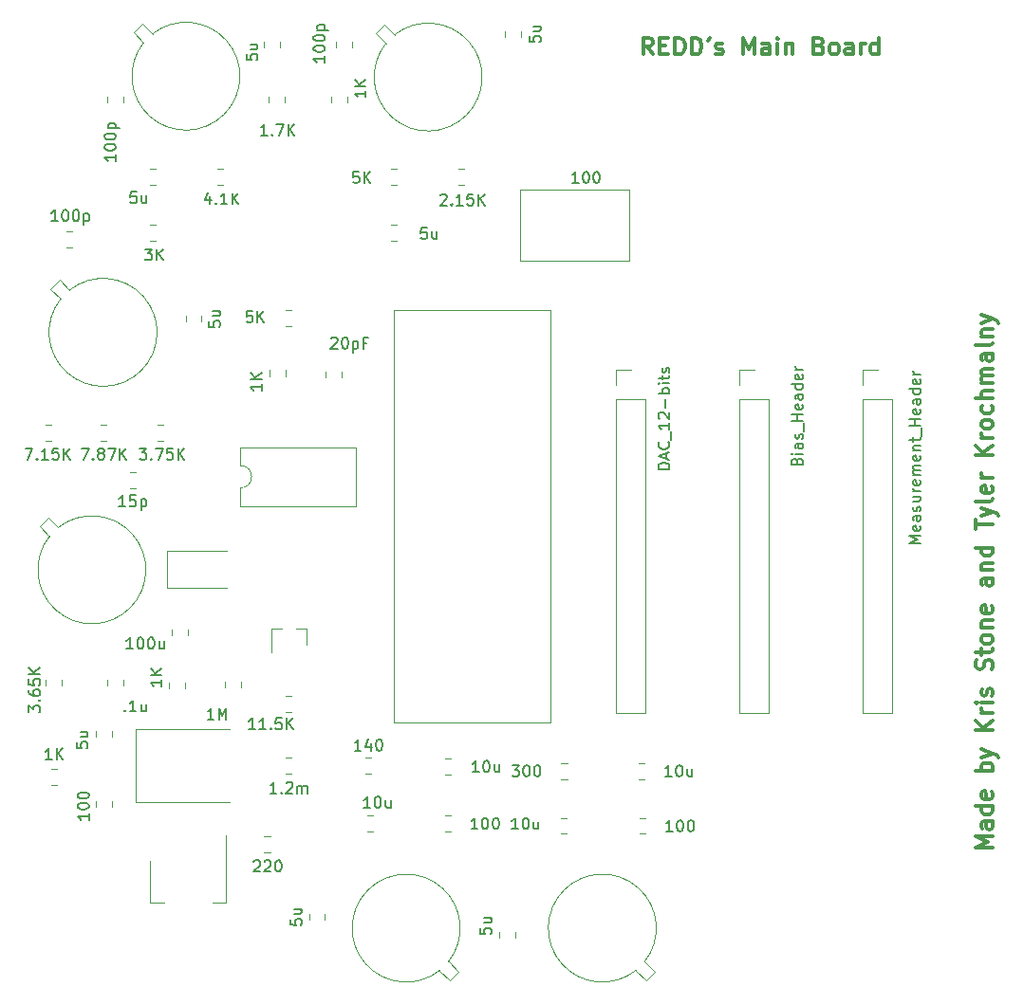
<source format=gto>
G04 #@! TF.GenerationSoftware,KiCad,Pcbnew,(5.1.4)-1*
G04 #@! TF.CreationDate,2020-03-03T19:21:21-05:00*
G04 #@! TF.ProjectId,Main_Board,4d61696e-5f42-46f6-9172-642e6b696361,rev?*
G04 #@! TF.SameCoordinates,Original*
G04 #@! TF.FileFunction,Legend,Top*
G04 #@! TF.FilePolarity,Positive*
%FSLAX46Y46*%
G04 Gerber Fmt 4.6, Leading zero omitted, Abs format (unit mm)*
G04 Created by KiCad (PCBNEW (5.1.4)-1) date 2020-03-03 19:21:21*
%MOMM*%
%LPD*%
G04 APERTURE LIST*
%ADD10C,0.300000*%
%ADD11C,0.120000*%
%ADD12C,0.150000*%
G04 APERTURE END LIST*
D10*
X68957142Y-85978571D02*
X68457142Y-85264285D01*
X68100000Y-85978571D02*
X68100000Y-84478571D01*
X68671428Y-84478571D01*
X68814285Y-84550000D01*
X68885714Y-84621428D01*
X68957142Y-84764285D01*
X68957142Y-84978571D01*
X68885714Y-85121428D01*
X68814285Y-85192857D01*
X68671428Y-85264285D01*
X68100000Y-85264285D01*
X69600000Y-85192857D02*
X70100000Y-85192857D01*
X70314285Y-85978571D02*
X69600000Y-85978571D01*
X69600000Y-84478571D01*
X70314285Y-84478571D01*
X70957142Y-85978571D02*
X70957142Y-84478571D01*
X71314285Y-84478571D01*
X71528571Y-84550000D01*
X71671428Y-84692857D01*
X71742857Y-84835714D01*
X71814285Y-85121428D01*
X71814285Y-85335714D01*
X71742857Y-85621428D01*
X71671428Y-85764285D01*
X71528571Y-85907142D01*
X71314285Y-85978571D01*
X70957142Y-85978571D01*
X72457142Y-85978571D02*
X72457142Y-84478571D01*
X72814285Y-84478571D01*
X73028571Y-84550000D01*
X73171428Y-84692857D01*
X73242857Y-84835714D01*
X73314285Y-85121428D01*
X73314285Y-85335714D01*
X73242857Y-85621428D01*
X73171428Y-85764285D01*
X73028571Y-85907142D01*
X72814285Y-85978571D01*
X72457142Y-85978571D01*
X74028571Y-84478571D02*
X73885714Y-84764285D01*
X74600000Y-85907142D02*
X74742857Y-85978571D01*
X75028571Y-85978571D01*
X75171428Y-85907142D01*
X75242857Y-85764285D01*
X75242857Y-85692857D01*
X75171428Y-85550000D01*
X75028571Y-85478571D01*
X74814285Y-85478571D01*
X74671428Y-85407142D01*
X74600000Y-85264285D01*
X74600000Y-85192857D01*
X74671428Y-85050000D01*
X74814285Y-84978571D01*
X75028571Y-84978571D01*
X75171428Y-85050000D01*
X77028571Y-85978571D02*
X77028571Y-84478571D01*
X77528571Y-85550000D01*
X78028571Y-84478571D01*
X78028571Y-85978571D01*
X79385714Y-85978571D02*
X79385714Y-85192857D01*
X79314285Y-85050000D01*
X79171428Y-84978571D01*
X78885714Y-84978571D01*
X78742857Y-85050000D01*
X79385714Y-85907142D02*
X79242857Y-85978571D01*
X78885714Y-85978571D01*
X78742857Y-85907142D01*
X78671428Y-85764285D01*
X78671428Y-85621428D01*
X78742857Y-85478571D01*
X78885714Y-85407142D01*
X79242857Y-85407142D01*
X79385714Y-85335714D01*
X80100000Y-85978571D02*
X80100000Y-84978571D01*
X80100000Y-84478571D02*
X80028571Y-84550000D01*
X80100000Y-84621428D01*
X80171428Y-84550000D01*
X80100000Y-84478571D01*
X80100000Y-84621428D01*
X80814285Y-84978571D02*
X80814285Y-85978571D01*
X80814285Y-85121428D02*
X80885714Y-85050000D01*
X81028571Y-84978571D01*
X81242857Y-84978571D01*
X81385714Y-85050000D01*
X81457142Y-85192857D01*
X81457142Y-85978571D01*
X83814285Y-85192857D02*
X84028571Y-85264285D01*
X84100000Y-85335714D01*
X84171428Y-85478571D01*
X84171428Y-85692857D01*
X84100000Y-85835714D01*
X84028571Y-85907142D01*
X83885714Y-85978571D01*
X83314285Y-85978571D01*
X83314285Y-84478571D01*
X83814285Y-84478571D01*
X83957142Y-84550000D01*
X84028571Y-84621428D01*
X84100000Y-84764285D01*
X84100000Y-84907142D01*
X84028571Y-85050000D01*
X83957142Y-85121428D01*
X83814285Y-85192857D01*
X83314285Y-85192857D01*
X85028571Y-85978571D02*
X84885714Y-85907142D01*
X84814285Y-85835714D01*
X84742857Y-85692857D01*
X84742857Y-85264285D01*
X84814285Y-85121428D01*
X84885714Y-85050000D01*
X85028571Y-84978571D01*
X85242857Y-84978571D01*
X85385714Y-85050000D01*
X85457142Y-85121428D01*
X85528571Y-85264285D01*
X85528571Y-85692857D01*
X85457142Y-85835714D01*
X85385714Y-85907142D01*
X85242857Y-85978571D01*
X85028571Y-85978571D01*
X86814285Y-85978571D02*
X86814285Y-85192857D01*
X86742857Y-85050000D01*
X86600000Y-84978571D01*
X86314285Y-84978571D01*
X86171428Y-85050000D01*
X86814285Y-85907142D02*
X86671428Y-85978571D01*
X86314285Y-85978571D01*
X86171428Y-85907142D01*
X86100000Y-85764285D01*
X86100000Y-85621428D01*
X86171428Y-85478571D01*
X86314285Y-85407142D01*
X86671428Y-85407142D01*
X86814285Y-85335714D01*
X87528571Y-85978571D02*
X87528571Y-84978571D01*
X87528571Y-85264285D02*
X87600000Y-85121428D01*
X87671428Y-85050000D01*
X87814285Y-84978571D01*
X87957142Y-84978571D01*
X89100000Y-85978571D02*
X89100000Y-84478571D01*
X89100000Y-85907142D02*
X88957142Y-85978571D01*
X88671428Y-85978571D01*
X88528571Y-85907142D01*
X88457142Y-85835714D01*
X88385714Y-85692857D01*
X88385714Y-85264285D01*
X88457142Y-85121428D01*
X88528571Y-85050000D01*
X88671428Y-84978571D01*
X88957142Y-84978571D01*
X89100000Y-85050000D01*
X99278571Y-156814285D02*
X97778571Y-156814285D01*
X98850000Y-156314285D01*
X97778571Y-155814285D01*
X99278571Y-155814285D01*
X99278571Y-154457142D02*
X98492857Y-154457142D01*
X98350000Y-154528571D01*
X98278571Y-154671428D01*
X98278571Y-154957142D01*
X98350000Y-155100000D01*
X99207142Y-154457142D02*
X99278571Y-154600000D01*
X99278571Y-154957142D01*
X99207142Y-155100000D01*
X99064285Y-155171428D01*
X98921428Y-155171428D01*
X98778571Y-155100000D01*
X98707142Y-154957142D01*
X98707142Y-154600000D01*
X98635714Y-154457142D01*
X99278571Y-153100000D02*
X97778571Y-153100000D01*
X99207142Y-153100000D02*
X99278571Y-153242857D01*
X99278571Y-153528571D01*
X99207142Y-153671428D01*
X99135714Y-153742857D01*
X98992857Y-153814285D01*
X98564285Y-153814285D01*
X98421428Y-153742857D01*
X98350000Y-153671428D01*
X98278571Y-153528571D01*
X98278571Y-153242857D01*
X98350000Y-153100000D01*
X99207142Y-151814285D02*
X99278571Y-151957142D01*
X99278571Y-152242857D01*
X99207142Y-152385714D01*
X99064285Y-152457142D01*
X98492857Y-152457142D01*
X98350000Y-152385714D01*
X98278571Y-152242857D01*
X98278571Y-151957142D01*
X98350000Y-151814285D01*
X98492857Y-151742857D01*
X98635714Y-151742857D01*
X98778571Y-152457142D01*
X99278571Y-149957142D02*
X97778571Y-149957142D01*
X98350000Y-149957142D02*
X98278571Y-149814285D01*
X98278571Y-149528571D01*
X98350000Y-149385714D01*
X98421428Y-149314285D01*
X98564285Y-149242857D01*
X98992857Y-149242857D01*
X99135714Y-149314285D01*
X99207142Y-149385714D01*
X99278571Y-149528571D01*
X99278571Y-149814285D01*
X99207142Y-149957142D01*
X98278571Y-148742857D02*
X99278571Y-148385714D01*
X98278571Y-148028571D02*
X99278571Y-148385714D01*
X99635714Y-148528571D01*
X99707142Y-148600000D01*
X99778571Y-148742857D01*
X99278571Y-146314285D02*
X97778571Y-146314285D01*
X99278571Y-145457142D02*
X98421428Y-146100000D01*
X97778571Y-145457142D02*
X98635714Y-146314285D01*
X99278571Y-144814285D02*
X98278571Y-144814285D01*
X98564285Y-144814285D02*
X98421428Y-144742857D01*
X98350000Y-144671428D01*
X98278571Y-144528571D01*
X98278571Y-144385714D01*
X99278571Y-143885714D02*
X98278571Y-143885714D01*
X97778571Y-143885714D02*
X97850000Y-143957142D01*
X97921428Y-143885714D01*
X97850000Y-143814285D01*
X97778571Y-143885714D01*
X97921428Y-143885714D01*
X99207142Y-143242857D02*
X99278571Y-143100000D01*
X99278571Y-142814285D01*
X99207142Y-142671428D01*
X99064285Y-142600000D01*
X98992857Y-142600000D01*
X98850000Y-142671428D01*
X98778571Y-142814285D01*
X98778571Y-143028571D01*
X98707142Y-143171428D01*
X98564285Y-143242857D01*
X98492857Y-143242857D01*
X98350000Y-143171428D01*
X98278571Y-143028571D01*
X98278571Y-142814285D01*
X98350000Y-142671428D01*
X99207142Y-140885714D02*
X99278571Y-140671428D01*
X99278571Y-140314285D01*
X99207142Y-140171428D01*
X99135714Y-140100000D01*
X98992857Y-140028571D01*
X98850000Y-140028571D01*
X98707142Y-140100000D01*
X98635714Y-140171428D01*
X98564285Y-140314285D01*
X98492857Y-140600000D01*
X98421428Y-140742857D01*
X98350000Y-140814285D01*
X98207142Y-140885714D01*
X98064285Y-140885714D01*
X97921428Y-140814285D01*
X97850000Y-140742857D01*
X97778571Y-140600000D01*
X97778571Y-140242857D01*
X97850000Y-140028571D01*
X98278571Y-139600000D02*
X98278571Y-139028571D01*
X97778571Y-139385714D02*
X99064285Y-139385714D01*
X99207142Y-139314285D01*
X99278571Y-139171428D01*
X99278571Y-139028571D01*
X99278571Y-138314285D02*
X99207142Y-138457142D01*
X99135714Y-138528571D01*
X98992857Y-138600000D01*
X98564285Y-138600000D01*
X98421428Y-138528571D01*
X98350000Y-138457142D01*
X98278571Y-138314285D01*
X98278571Y-138100000D01*
X98350000Y-137957142D01*
X98421428Y-137885714D01*
X98564285Y-137814285D01*
X98992857Y-137814285D01*
X99135714Y-137885714D01*
X99207142Y-137957142D01*
X99278571Y-138100000D01*
X99278571Y-138314285D01*
X98278571Y-137171428D02*
X99278571Y-137171428D01*
X98421428Y-137171428D02*
X98350000Y-137100000D01*
X98278571Y-136957142D01*
X98278571Y-136742857D01*
X98350000Y-136600000D01*
X98492857Y-136528571D01*
X99278571Y-136528571D01*
X99207142Y-135242857D02*
X99278571Y-135385714D01*
X99278571Y-135671428D01*
X99207142Y-135814285D01*
X99064285Y-135885714D01*
X98492857Y-135885714D01*
X98350000Y-135814285D01*
X98278571Y-135671428D01*
X98278571Y-135385714D01*
X98350000Y-135242857D01*
X98492857Y-135171428D01*
X98635714Y-135171428D01*
X98778571Y-135885714D01*
X99278571Y-132742857D02*
X98492857Y-132742857D01*
X98350000Y-132814285D01*
X98278571Y-132957142D01*
X98278571Y-133242857D01*
X98350000Y-133385714D01*
X99207142Y-132742857D02*
X99278571Y-132885714D01*
X99278571Y-133242857D01*
X99207142Y-133385714D01*
X99064285Y-133457142D01*
X98921428Y-133457142D01*
X98778571Y-133385714D01*
X98707142Y-133242857D01*
X98707142Y-132885714D01*
X98635714Y-132742857D01*
X98278571Y-132028571D02*
X99278571Y-132028571D01*
X98421428Y-132028571D02*
X98350000Y-131957142D01*
X98278571Y-131814285D01*
X98278571Y-131600000D01*
X98350000Y-131457142D01*
X98492857Y-131385714D01*
X99278571Y-131385714D01*
X99278571Y-130028571D02*
X97778571Y-130028571D01*
X99207142Y-130028571D02*
X99278571Y-130171428D01*
X99278571Y-130457142D01*
X99207142Y-130600000D01*
X99135714Y-130671428D01*
X98992857Y-130742857D01*
X98564285Y-130742857D01*
X98421428Y-130671428D01*
X98350000Y-130600000D01*
X98278571Y-130457142D01*
X98278571Y-130171428D01*
X98350000Y-130028571D01*
X97778571Y-128385714D02*
X97778571Y-127528571D01*
X99278571Y-127957142D02*
X97778571Y-127957142D01*
X98278571Y-127171428D02*
X99278571Y-126814285D01*
X98278571Y-126457142D02*
X99278571Y-126814285D01*
X99635714Y-126957142D01*
X99707142Y-127028571D01*
X99778571Y-127171428D01*
X99278571Y-125671428D02*
X99207142Y-125814285D01*
X99064285Y-125885714D01*
X97778571Y-125885714D01*
X99207142Y-124528571D02*
X99278571Y-124671428D01*
X99278571Y-124957142D01*
X99207142Y-125100000D01*
X99064285Y-125171428D01*
X98492857Y-125171428D01*
X98350000Y-125100000D01*
X98278571Y-124957142D01*
X98278571Y-124671428D01*
X98350000Y-124528571D01*
X98492857Y-124457142D01*
X98635714Y-124457142D01*
X98778571Y-125171428D01*
X99278571Y-123814285D02*
X98278571Y-123814285D01*
X98564285Y-123814285D02*
X98421428Y-123742857D01*
X98350000Y-123671428D01*
X98278571Y-123528571D01*
X98278571Y-123385714D01*
X99278571Y-121742857D02*
X97778571Y-121742857D01*
X99278571Y-120885714D02*
X98421428Y-121528571D01*
X97778571Y-120885714D02*
X98635714Y-121742857D01*
X99278571Y-120242857D02*
X98278571Y-120242857D01*
X98564285Y-120242857D02*
X98421428Y-120171428D01*
X98350000Y-120100000D01*
X98278571Y-119957142D01*
X98278571Y-119814285D01*
X99278571Y-119100000D02*
X99207142Y-119242857D01*
X99135714Y-119314285D01*
X98992857Y-119385714D01*
X98564285Y-119385714D01*
X98421428Y-119314285D01*
X98350000Y-119242857D01*
X98278571Y-119100000D01*
X98278571Y-118885714D01*
X98350000Y-118742857D01*
X98421428Y-118671428D01*
X98564285Y-118600000D01*
X98992857Y-118600000D01*
X99135714Y-118671428D01*
X99207142Y-118742857D01*
X99278571Y-118885714D01*
X99278571Y-119100000D01*
X99207142Y-117314285D02*
X99278571Y-117457142D01*
X99278571Y-117742857D01*
X99207142Y-117885714D01*
X99135714Y-117957142D01*
X98992857Y-118028571D01*
X98564285Y-118028571D01*
X98421428Y-117957142D01*
X98350000Y-117885714D01*
X98278571Y-117742857D01*
X98278571Y-117457142D01*
X98350000Y-117314285D01*
X99278571Y-116671428D02*
X97778571Y-116671428D01*
X99278571Y-116028571D02*
X98492857Y-116028571D01*
X98350000Y-116100000D01*
X98278571Y-116242857D01*
X98278571Y-116457142D01*
X98350000Y-116600000D01*
X98421428Y-116671428D01*
X99278571Y-115314285D02*
X98278571Y-115314285D01*
X98421428Y-115314285D02*
X98350000Y-115242857D01*
X98278571Y-115100000D01*
X98278571Y-114885714D01*
X98350000Y-114742857D01*
X98492857Y-114671428D01*
X99278571Y-114671428D01*
X98492857Y-114671428D02*
X98350000Y-114600000D01*
X98278571Y-114457142D01*
X98278571Y-114242857D01*
X98350000Y-114100000D01*
X98492857Y-114028571D01*
X99278571Y-114028571D01*
X99278571Y-112671428D02*
X98492857Y-112671428D01*
X98350000Y-112742857D01*
X98278571Y-112885714D01*
X98278571Y-113171428D01*
X98350000Y-113314285D01*
X99207142Y-112671428D02*
X99278571Y-112814285D01*
X99278571Y-113171428D01*
X99207142Y-113314285D01*
X99064285Y-113385714D01*
X98921428Y-113385714D01*
X98778571Y-113314285D01*
X98707142Y-113171428D01*
X98707142Y-112814285D01*
X98635714Y-112671428D01*
X99278571Y-111742857D02*
X99207142Y-111885714D01*
X99064285Y-111957142D01*
X97778571Y-111957142D01*
X98278571Y-111171428D02*
X99278571Y-111171428D01*
X98421428Y-111171428D02*
X98350000Y-111100000D01*
X98278571Y-110957142D01*
X98278571Y-110742857D01*
X98350000Y-110600000D01*
X98492857Y-110528571D01*
X99278571Y-110528571D01*
X98278571Y-109957142D02*
X99278571Y-109600000D01*
X98278571Y-109242857D02*
X99278571Y-109600000D01*
X99635714Y-109742857D01*
X99707142Y-109814285D01*
X99778571Y-109957142D01*
D11*
X87670000Y-114170000D02*
X89000000Y-114170000D01*
X87670000Y-115500000D02*
X87670000Y-114170000D01*
X87670000Y-116770000D02*
X90330000Y-116770000D01*
X90330000Y-116770000D02*
X90330000Y-144770000D01*
X87670000Y-116770000D02*
X87670000Y-144770000D01*
X87670000Y-144770000D02*
X90330000Y-144770000D01*
X66859500Y-98083500D02*
X66859500Y-104423500D01*
X57089500Y-98083500D02*
X57089500Y-104423500D01*
X57089500Y-104423500D02*
X66859500Y-104423500D01*
X57089500Y-98083500D02*
X66859500Y-98083500D01*
X15254144Y-106911961D02*
X16145098Y-107802916D01*
X16031961Y-106134144D02*
X15254144Y-106911961D01*
X16922916Y-107025098D02*
X16031961Y-106134144D01*
X16145326Y-107802629D02*
G75*
G03X16922916Y-107025098I3774674J-2997371D01*
G01*
X59819000Y-145670000D02*
X45849000Y-145670000D01*
X59819000Y-108840000D02*
X45849000Y-108840000D01*
X45849000Y-108840000D02*
X45849000Y-145670000D01*
X59819000Y-108840000D02*
X59819000Y-145670000D01*
X32170000Y-121040000D02*
X32170000Y-122690000D01*
X42450000Y-121040000D02*
X32170000Y-121040000D01*
X42450000Y-126340000D02*
X42450000Y-121040000D01*
X32170000Y-126340000D02*
X42450000Y-126340000D01*
X32170000Y-124690000D02*
X32170000Y-126340000D01*
X32170000Y-122690000D02*
G75*
G02X32170000Y-124690000I0J-1000000D01*
G01*
X36210000Y-114696078D02*
X36210000Y-114178922D01*
X34790000Y-114696078D02*
X34790000Y-114178922D01*
X36696078Y-108790000D02*
X36178922Y-108790000D01*
X36696078Y-110210000D02*
X36178922Y-110210000D01*
X39790000Y-114303922D02*
X39790000Y-114821078D01*
X41210000Y-114303922D02*
X41210000Y-114821078D01*
X22303922Y-124710000D02*
X22821078Y-124710000D01*
X22303922Y-123290000D02*
X22821078Y-123290000D01*
X76670000Y-114170000D02*
X78000000Y-114170000D01*
X76670000Y-115500000D02*
X76670000Y-114170000D01*
X76670000Y-116770000D02*
X79330000Y-116770000D01*
X79330000Y-116770000D02*
X79330000Y-144770000D01*
X76670000Y-116770000D02*
X76670000Y-144770000D01*
X76670000Y-144770000D02*
X79330000Y-144770000D01*
X65670000Y-114170000D02*
X67000000Y-114170000D01*
X65670000Y-115500000D02*
X65670000Y-114170000D01*
X65670000Y-116770000D02*
X68330000Y-116770000D01*
X68330000Y-116770000D02*
X68330000Y-144770000D01*
X65670000Y-116770000D02*
X65670000Y-144770000D01*
X65670000Y-144770000D02*
X68330000Y-144770000D01*
X22800000Y-146250000D02*
X31200000Y-146250000D01*
X22800000Y-152750000D02*
X31200000Y-152750000D01*
X22800000Y-152750000D02*
X22800000Y-146250000D01*
X25600000Y-130350000D02*
X31000000Y-130350000D01*
X25600000Y-133650000D02*
X31000000Y-133650000D01*
X25600000Y-130350000D02*
X25600000Y-133650000D01*
X15321078Y-119090000D02*
X14803922Y-119090000D01*
X15321078Y-120510000D02*
X14803922Y-120510000D01*
X20196078Y-119090000D02*
X19678922Y-119090000D01*
X20196078Y-120510000D02*
X19678922Y-120510000D01*
X50909378Y-153971400D02*
X50392222Y-153971400D01*
X50909378Y-155391400D02*
X50392222Y-155391400D01*
X43303922Y-150210000D02*
X43821078Y-150210000D01*
X43303922Y-148790000D02*
X43821078Y-148790000D01*
X25321078Y-119090000D02*
X24803922Y-119090000D01*
X25321078Y-120510000D02*
X24803922Y-120510000D01*
X68271878Y-154161400D02*
X67754722Y-154161400D01*
X68271878Y-155581400D02*
X67754722Y-155581400D01*
X60803922Y-150710000D02*
X61321078Y-150710000D01*
X60803922Y-149290000D02*
X61321078Y-149290000D01*
X41710000Y-90258578D02*
X41710000Y-89741422D01*
X40290000Y-90258578D02*
X40290000Y-89741422D01*
X46149978Y-96213800D02*
X45632822Y-96213800D01*
X46149978Y-97633800D02*
X45632822Y-97633800D01*
X52149978Y-96213800D02*
X51632822Y-96213800D01*
X52149978Y-97633800D02*
X51632822Y-97633800D01*
X34303922Y-157210000D02*
X34821078Y-157210000D01*
X34303922Y-155790000D02*
X34821078Y-155790000D01*
X19290000Y-152678922D02*
X19290000Y-153196078D01*
X20710000Y-152678922D02*
X20710000Y-153196078D01*
X15821078Y-149790000D02*
X15303922Y-149790000D01*
X15821078Y-151210000D02*
X15303922Y-151210000D01*
X34681400Y-89727722D02*
X34681400Y-90244878D01*
X36101400Y-89727722D02*
X36101400Y-90244878D01*
X24649978Y-101213800D02*
X24132822Y-101213800D01*
X24649978Y-102633800D02*
X24132822Y-102633800D01*
X30649978Y-96213800D02*
X30132822Y-96213800D01*
X30649978Y-97633800D02*
X30132822Y-97633800D01*
X30790000Y-142012822D02*
X30790000Y-142529978D01*
X32210000Y-142012822D02*
X32210000Y-142529978D01*
X14790000Y-141803922D02*
X14790000Y-142321078D01*
X16210000Y-141803922D02*
X16210000Y-142321078D01*
X25790000Y-142075322D02*
X25790000Y-142592478D01*
X27210000Y-142075322D02*
X27210000Y-142592478D01*
X36178922Y-144710000D02*
X36696078Y-144710000D01*
X36178922Y-143290000D02*
X36696078Y-143290000D01*
X30910000Y-155750000D02*
X30910000Y-161760000D01*
X24090000Y-158000000D02*
X24090000Y-161760000D01*
X30910000Y-161760000D02*
X29650000Y-161760000D01*
X24090000Y-161760000D02*
X25350000Y-161760000D01*
X38080000Y-137240000D02*
X38080000Y-138700000D01*
X34920000Y-137240000D02*
X34920000Y-139400000D01*
X34920000Y-137240000D02*
X35850000Y-137240000D01*
X38080000Y-137240000D02*
X37150000Y-137240000D01*
X36178922Y-150210000D02*
X36696078Y-150210000D01*
X36178922Y-148790000D02*
X36696078Y-148790000D01*
X43454722Y-155391400D02*
X43971878Y-155391400D01*
X43454722Y-153971400D02*
X43971878Y-153971400D01*
X17196078Y-101790000D02*
X16678922Y-101790000D01*
X17196078Y-103210000D02*
X16678922Y-103210000D01*
X50454722Y-150311400D02*
X50971878Y-150311400D01*
X50454722Y-148891400D02*
X50971878Y-148891400D01*
X38290000Y-162741422D02*
X38290000Y-163258578D01*
X39710000Y-162741422D02*
X39710000Y-163258578D01*
X27290000Y-109303922D02*
X27290000Y-109821078D01*
X28710000Y-109303922D02*
X28710000Y-109821078D01*
X60754722Y-155581400D02*
X61271878Y-155581400D01*
X60754722Y-154161400D02*
X61271878Y-154161400D01*
X55790000Y-83878922D02*
X55790000Y-84396078D01*
X57210000Y-83878922D02*
X57210000Y-84396078D01*
X67692222Y-150710000D02*
X68209378Y-150710000D01*
X67692222Y-149290000D02*
X68209378Y-149290000D01*
X40681400Y-84803922D02*
X40681400Y-85321078D01*
X42101400Y-84803922D02*
X42101400Y-85321078D01*
X55290000Y-164303922D02*
X55290000Y-164821078D01*
X56710000Y-164303922D02*
X56710000Y-164821078D01*
X46087478Y-101213800D02*
X45570322Y-101213800D01*
X46087478Y-102633800D02*
X45570322Y-102633800D01*
X26052500Y-137303922D02*
X26052500Y-137821078D01*
X27472500Y-137303922D02*
X27472500Y-137821078D01*
X20710000Y-146921078D02*
X20710000Y-146403922D01*
X19290000Y-146921078D02*
X19290000Y-146403922D01*
X20290000Y-89741422D02*
X20290000Y-90258578D01*
X21710000Y-89741422D02*
X21710000Y-90258578D01*
X24649978Y-96213800D02*
X24132822Y-96213800D01*
X24649978Y-97633800D02*
X24132822Y-97633800D01*
X20290000Y-141803922D02*
X20290000Y-142321078D01*
X21710000Y-141803922D02*
X21710000Y-142321078D01*
X34290000Y-84803922D02*
X34290000Y-85321078D01*
X35710000Y-84803922D02*
X35710000Y-85321078D01*
X68234674Y-166997371D02*
G75*
G03X67457084Y-167774902I-3774674J2997371D01*
G01*
X69125856Y-167888039D02*
X68234902Y-166997084D01*
X68348039Y-168665856D02*
X69125856Y-167888039D01*
X67457084Y-167774902D02*
X68348039Y-168665856D01*
X50734674Y-166997371D02*
G75*
G03X49957084Y-167774902I-3774674J2997371D01*
G01*
X51625856Y-167888039D02*
X50734902Y-166997084D01*
X50848039Y-168665856D02*
X51625856Y-167888039D01*
X49957084Y-167774902D02*
X50848039Y-168665856D01*
X14254144Y-128111961D02*
X15145098Y-129002916D01*
X15031961Y-127334144D02*
X14254144Y-128111961D01*
X15922916Y-128225098D02*
X15031961Y-127334144D01*
X15145326Y-129002629D02*
G75*
G03X15922916Y-128225098I3774674J-2997371D01*
G01*
X44254144Y-84111961D02*
X45145098Y-85002916D01*
X45031961Y-83334144D02*
X44254144Y-84111961D01*
X45922916Y-84225098D02*
X45031961Y-83334144D01*
X45145326Y-85002629D02*
G75*
G03X45922916Y-84225098I3774674J-2997371D01*
G01*
X22645544Y-84035761D02*
X23536498Y-84926716D01*
X23423361Y-83257944D02*
X22645544Y-84035761D01*
X24314316Y-84148898D02*
X23423361Y-83257944D01*
X23536726Y-84926429D02*
G75*
G03X24314316Y-84148898I3774674J-2997371D01*
G01*
D12*
X92852380Y-129619047D02*
X91852380Y-129619047D01*
X92566666Y-129285714D01*
X91852380Y-128952380D01*
X92852380Y-128952380D01*
X92804761Y-128095238D02*
X92852380Y-128190476D01*
X92852380Y-128380952D01*
X92804761Y-128476190D01*
X92709523Y-128523809D01*
X92328571Y-128523809D01*
X92233333Y-128476190D01*
X92185714Y-128380952D01*
X92185714Y-128190476D01*
X92233333Y-128095238D01*
X92328571Y-128047619D01*
X92423809Y-128047619D01*
X92519047Y-128523809D01*
X92852380Y-127190476D02*
X92328571Y-127190476D01*
X92233333Y-127238095D01*
X92185714Y-127333333D01*
X92185714Y-127523809D01*
X92233333Y-127619047D01*
X92804761Y-127190476D02*
X92852380Y-127285714D01*
X92852380Y-127523809D01*
X92804761Y-127619047D01*
X92709523Y-127666666D01*
X92614285Y-127666666D01*
X92519047Y-127619047D01*
X92471428Y-127523809D01*
X92471428Y-127285714D01*
X92423809Y-127190476D01*
X92804761Y-126761904D02*
X92852380Y-126666666D01*
X92852380Y-126476190D01*
X92804761Y-126380952D01*
X92709523Y-126333333D01*
X92661904Y-126333333D01*
X92566666Y-126380952D01*
X92519047Y-126476190D01*
X92519047Y-126619047D01*
X92471428Y-126714285D01*
X92376190Y-126761904D01*
X92328571Y-126761904D01*
X92233333Y-126714285D01*
X92185714Y-126619047D01*
X92185714Y-126476190D01*
X92233333Y-126380952D01*
X92185714Y-125476190D02*
X92852380Y-125476190D01*
X92185714Y-125904761D02*
X92709523Y-125904761D01*
X92804761Y-125857142D01*
X92852380Y-125761904D01*
X92852380Y-125619047D01*
X92804761Y-125523809D01*
X92757142Y-125476190D01*
X92852380Y-125000000D02*
X92185714Y-125000000D01*
X92376190Y-125000000D02*
X92280952Y-124952380D01*
X92233333Y-124904761D01*
X92185714Y-124809523D01*
X92185714Y-124714285D01*
X92804761Y-124000000D02*
X92852380Y-124095238D01*
X92852380Y-124285714D01*
X92804761Y-124380952D01*
X92709523Y-124428571D01*
X92328571Y-124428571D01*
X92233333Y-124380952D01*
X92185714Y-124285714D01*
X92185714Y-124095238D01*
X92233333Y-124000000D01*
X92328571Y-123952380D01*
X92423809Y-123952380D01*
X92519047Y-124428571D01*
X92852380Y-123523809D02*
X92185714Y-123523809D01*
X92280952Y-123523809D02*
X92233333Y-123476190D01*
X92185714Y-123380952D01*
X92185714Y-123238095D01*
X92233333Y-123142857D01*
X92328571Y-123095238D01*
X92852380Y-123095238D01*
X92328571Y-123095238D02*
X92233333Y-123047619D01*
X92185714Y-122952380D01*
X92185714Y-122809523D01*
X92233333Y-122714285D01*
X92328571Y-122666666D01*
X92852380Y-122666666D01*
X92804761Y-121809523D02*
X92852380Y-121904761D01*
X92852380Y-122095238D01*
X92804761Y-122190476D01*
X92709523Y-122238095D01*
X92328571Y-122238095D01*
X92233333Y-122190476D01*
X92185714Y-122095238D01*
X92185714Y-121904761D01*
X92233333Y-121809523D01*
X92328571Y-121761904D01*
X92423809Y-121761904D01*
X92519047Y-122238095D01*
X92185714Y-121333333D02*
X92852380Y-121333333D01*
X92280952Y-121333333D02*
X92233333Y-121285714D01*
X92185714Y-121190476D01*
X92185714Y-121047619D01*
X92233333Y-120952380D01*
X92328571Y-120904761D01*
X92852380Y-120904761D01*
X92185714Y-120571428D02*
X92185714Y-120190476D01*
X91852380Y-120428571D02*
X92709523Y-120428571D01*
X92804761Y-120380952D01*
X92852380Y-120285714D01*
X92852380Y-120190476D01*
X92947619Y-120095238D02*
X92947619Y-119333333D01*
X92852380Y-119095238D02*
X91852380Y-119095238D01*
X92328571Y-119095238D02*
X92328571Y-118523809D01*
X92852380Y-118523809D02*
X91852380Y-118523809D01*
X92804761Y-117666666D02*
X92852380Y-117761904D01*
X92852380Y-117952380D01*
X92804761Y-118047619D01*
X92709523Y-118095238D01*
X92328571Y-118095238D01*
X92233333Y-118047619D01*
X92185714Y-117952380D01*
X92185714Y-117761904D01*
X92233333Y-117666666D01*
X92328571Y-117619047D01*
X92423809Y-117619047D01*
X92519047Y-118095238D01*
X92852380Y-116761904D02*
X92328571Y-116761904D01*
X92233333Y-116809523D01*
X92185714Y-116904761D01*
X92185714Y-117095238D01*
X92233333Y-117190476D01*
X92804761Y-116761904D02*
X92852380Y-116857142D01*
X92852380Y-117095238D01*
X92804761Y-117190476D01*
X92709523Y-117238095D01*
X92614285Y-117238095D01*
X92519047Y-117190476D01*
X92471428Y-117095238D01*
X92471428Y-116857142D01*
X92423809Y-116761904D01*
X92852380Y-115857142D02*
X91852380Y-115857142D01*
X92804761Y-115857142D02*
X92852380Y-115952380D01*
X92852380Y-116142857D01*
X92804761Y-116238095D01*
X92757142Y-116285714D01*
X92661904Y-116333333D01*
X92376190Y-116333333D01*
X92280952Y-116285714D01*
X92233333Y-116238095D01*
X92185714Y-116142857D01*
X92185714Y-115952380D01*
X92233333Y-115857142D01*
X92804761Y-115000000D02*
X92852380Y-115095238D01*
X92852380Y-115285714D01*
X92804761Y-115380952D01*
X92709523Y-115428571D01*
X92328571Y-115428571D01*
X92233333Y-115380952D01*
X92185714Y-115285714D01*
X92185714Y-115095238D01*
X92233333Y-115000000D01*
X92328571Y-114952380D01*
X92423809Y-114952380D01*
X92519047Y-115428571D01*
X92852380Y-114523809D02*
X92185714Y-114523809D01*
X92376190Y-114523809D02*
X92280952Y-114476190D01*
X92233333Y-114428571D01*
X92185714Y-114333333D01*
X92185714Y-114238095D01*
X62333333Y-97452380D02*
X61761904Y-97452380D01*
X62047619Y-97452380D02*
X62047619Y-96452380D01*
X61952380Y-96595238D01*
X61857142Y-96690476D01*
X61761904Y-96738095D01*
X62952380Y-96452380D02*
X63047619Y-96452380D01*
X63142857Y-96500000D01*
X63190476Y-96547619D01*
X63238095Y-96642857D01*
X63285714Y-96833333D01*
X63285714Y-97071428D01*
X63238095Y-97261904D01*
X63190476Y-97357142D01*
X63142857Y-97404761D01*
X63047619Y-97452380D01*
X62952380Y-97452380D01*
X62857142Y-97404761D01*
X62809523Y-97357142D01*
X62761904Y-97261904D01*
X62714285Y-97071428D01*
X62714285Y-96833333D01*
X62761904Y-96642857D01*
X62809523Y-96547619D01*
X62857142Y-96500000D01*
X62952380Y-96452380D01*
X63904761Y-96452380D02*
X64000000Y-96452380D01*
X64095238Y-96500000D01*
X64142857Y-96547619D01*
X64190476Y-96642857D01*
X64238095Y-96833333D01*
X64238095Y-97071428D01*
X64190476Y-97261904D01*
X64142857Y-97357142D01*
X64095238Y-97404761D01*
X64000000Y-97452380D01*
X63904761Y-97452380D01*
X63809523Y-97404761D01*
X63761904Y-97357142D01*
X63714285Y-97261904D01*
X63666666Y-97071428D01*
X63666666Y-96833333D01*
X63714285Y-96642857D01*
X63761904Y-96547619D01*
X63809523Y-96500000D01*
X63904761Y-96452380D01*
X34052380Y-115414285D02*
X34052380Y-115985714D01*
X34052380Y-115700000D02*
X33052380Y-115700000D01*
X33195238Y-115795238D01*
X33290476Y-115890476D01*
X33338095Y-115985714D01*
X34052380Y-114985714D02*
X33052380Y-114985714D01*
X34052380Y-114414285D02*
X33480952Y-114842857D01*
X33052380Y-114414285D02*
X33623809Y-114985714D01*
X33226895Y-108901580D02*
X32750704Y-108901580D01*
X32703085Y-109377771D01*
X32750704Y-109330152D01*
X32845942Y-109282533D01*
X33084038Y-109282533D01*
X33179276Y-109330152D01*
X33226895Y-109377771D01*
X33274514Y-109473009D01*
X33274514Y-109711104D01*
X33226895Y-109806342D01*
X33179276Y-109853961D01*
X33084038Y-109901580D01*
X32845942Y-109901580D01*
X32750704Y-109853961D01*
X32703085Y-109806342D01*
X33703085Y-109901580D02*
X33703085Y-108901580D01*
X34274514Y-109901580D02*
X33845942Y-109330152D01*
X34274514Y-108901580D02*
X33703085Y-109473009D01*
X40257142Y-111347619D02*
X40304761Y-111300000D01*
X40400000Y-111252380D01*
X40638095Y-111252380D01*
X40733333Y-111300000D01*
X40780952Y-111347619D01*
X40828571Y-111442857D01*
X40828571Y-111538095D01*
X40780952Y-111680952D01*
X40209523Y-112252380D01*
X40828571Y-112252380D01*
X41447619Y-111252380D02*
X41542857Y-111252380D01*
X41638095Y-111300000D01*
X41685714Y-111347619D01*
X41733333Y-111442857D01*
X41780952Y-111633333D01*
X41780952Y-111871428D01*
X41733333Y-112061904D01*
X41685714Y-112157142D01*
X41638095Y-112204761D01*
X41542857Y-112252380D01*
X41447619Y-112252380D01*
X41352380Y-112204761D01*
X41304761Y-112157142D01*
X41257142Y-112061904D01*
X41209523Y-111871428D01*
X41209523Y-111633333D01*
X41257142Y-111442857D01*
X41304761Y-111347619D01*
X41352380Y-111300000D01*
X41447619Y-111252380D01*
X42209523Y-111585714D02*
X42209523Y-112585714D01*
X42209523Y-111633333D02*
X42304761Y-111585714D01*
X42495238Y-111585714D01*
X42590476Y-111633333D01*
X42638095Y-111680952D01*
X42685714Y-111776190D01*
X42685714Y-112061904D01*
X42638095Y-112157142D01*
X42590476Y-112204761D01*
X42495238Y-112252380D01*
X42304761Y-112252380D01*
X42209523Y-112204761D01*
X43447619Y-111728571D02*
X43114285Y-111728571D01*
X43114285Y-112252380D02*
X43114285Y-111252380D01*
X43590476Y-111252380D01*
X21919642Y-126352380D02*
X21348214Y-126352380D01*
X21633928Y-126352380D02*
X21633928Y-125352380D01*
X21538690Y-125495238D01*
X21443452Y-125590476D01*
X21348214Y-125638095D01*
X22824404Y-125352380D02*
X22348214Y-125352380D01*
X22300595Y-125828571D01*
X22348214Y-125780952D01*
X22443452Y-125733333D01*
X22681547Y-125733333D01*
X22776785Y-125780952D01*
X22824404Y-125828571D01*
X22872023Y-125923809D01*
X22872023Y-126161904D01*
X22824404Y-126257142D01*
X22776785Y-126304761D01*
X22681547Y-126352380D01*
X22443452Y-126352380D01*
X22348214Y-126304761D01*
X22300595Y-126257142D01*
X23300595Y-125685714D02*
X23300595Y-126685714D01*
X23300595Y-125733333D02*
X23395833Y-125685714D01*
X23586309Y-125685714D01*
X23681547Y-125733333D01*
X23729166Y-125780952D01*
X23776785Y-125876190D01*
X23776785Y-126161904D01*
X23729166Y-126257142D01*
X23681547Y-126304761D01*
X23586309Y-126352380D01*
X23395833Y-126352380D01*
X23300595Y-126304761D01*
X81828571Y-122300000D02*
X81876190Y-122157142D01*
X81923809Y-122109523D01*
X82019047Y-122061904D01*
X82161904Y-122061904D01*
X82257142Y-122109523D01*
X82304761Y-122157142D01*
X82352380Y-122252380D01*
X82352380Y-122633333D01*
X81352380Y-122633333D01*
X81352380Y-122300000D01*
X81400000Y-122204761D01*
X81447619Y-122157142D01*
X81542857Y-122109523D01*
X81638095Y-122109523D01*
X81733333Y-122157142D01*
X81780952Y-122204761D01*
X81828571Y-122300000D01*
X81828571Y-122633333D01*
X82352380Y-121633333D02*
X81685714Y-121633333D01*
X81352380Y-121633333D02*
X81400000Y-121680952D01*
X81447619Y-121633333D01*
X81400000Y-121585714D01*
X81352380Y-121633333D01*
X81447619Y-121633333D01*
X82352380Y-120728571D02*
X81828571Y-120728571D01*
X81733333Y-120776190D01*
X81685714Y-120871428D01*
X81685714Y-121061904D01*
X81733333Y-121157142D01*
X82304761Y-120728571D02*
X82352380Y-120823809D01*
X82352380Y-121061904D01*
X82304761Y-121157142D01*
X82209523Y-121204761D01*
X82114285Y-121204761D01*
X82019047Y-121157142D01*
X81971428Y-121061904D01*
X81971428Y-120823809D01*
X81923809Y-120728571D01*
X82304761Y-120300000D02*
X82352380Y-120204761D01*
X82352380Y-120014285D01*
X82304761Y-119919047D01*
X82209523Y-119871428D01*
X82161904Y-119871428D01*
X82066666Y-119919047D01*
X82019047Y-120014285D01*
X82019047Y-120157142D01*
X81971428Y-120252380D01*
X81876190Y-120300000D01*
X81828571Y-120300000D01*
X81733333Y-120252380D01*
X81685714Y-120157142D01*
X81685714Y-120014285D01*
X81733333Y-119919047D01*
X82447619Y-119680952D02*
X82447619Y-118919047D01*
X82352380Y-118680952D02*
X81352380Y-118680952D01*
X81828571Y-118680952D02*
X81828571Y-118109523D01*
X82352380Y-118109523D02*
X81352380Y-118109523D01*
X82304761Y-117252380D02*
X82352380Y-117347619D01*
X82352380Y-117538095D01*
X82304761Y-117633333D01*
X82209523Y-117680952D01*
X81828571Y-117680952D01*
X81733333Y-117633333D01*
X81685714Y-117538095D01*
X81685714Y-117347619D01*
X81733333Y-117252380D01*
X81828571Y-117204761D01*
X81923809Y-117204761D01*
X82019047Y-117680952D01*
X82352380Y-116347619D02*
X81828571Y-116347619D01*
X81733333Y-116395238D01*
X81685714Y-116490476D01*
X81685714Y-116680952D01*
X81733333Y-116776190D01*
X82304761Y-116347619D02*
X82352380Y-116442857D01*
X82352380Y-116680952D01*
X82304761Y-116776190D01*
X82209523Y-116823809D01*
X82114285Y-116823809D01*
X82019047Y-116776190D01*
X81971428Y-116680952D01*
X81971428Y-116442857D01*
X81923809Y-116347619D01*
X82352380Y-115442857D02*
X81352380Y-115442857D01*
X82304761Y-115442857D02*
X82352380Y-115538095D01*
X82352380Y-115728571D01*
X82304761Y-115823809D01*
X82257142Y-115871428D01*
X82161904Y-115919047D01*
X81876190Y-115919047D01*
X81780952Y-115871428D01*
X81733333Y-115823809D01*
X81685714Y-115728571D01*
X81685714Y-115538095D01*
X81733333Y-115442857D01*
X82304761Y-114585714D02*
X82352380Y-114680952D01*
X82352380Y-114871428D01*
X82304761Y-114966666D01*
X82209523Y-115014285D01*
X81828571Y-115014285D01*
X81733333Y-114966666D01*
X81685714Y-114871428D01*
X81685714Y-114680952D01*
X81733333Y-114585714D01*
X81828571Y-114538095D01*
X81923809Y-114538095D01*
X82019047Y-115014285D01*
X82352380Y-114109523D02*
X81685714Y-114109523D01*
X81876190Y-114109523D02*
X81780952Y-114061904D01*
X81733333Y-114014285D01*
X81685714Y-113919047D01*
X81685714Y-113823809D01*
X70452380Y-123023809D02*
X69452380Y-123023809D01*
X69452380Y-122785714D01*
X69500000Y-122642857D01*
X69595238Y-122547619D01*
X69690476Y-122500000D01*
X69880952Y-122452380D01*
X70023809Y-122452380D01*
X70214285Y-122500000D01*
X70309523Y-122547619D01*
X70404761Y-122642857D01*
X70452380Y-122785714D01*
X70452380Y-123023809D01*
X70166666Y-122071428D02*
X70166666Y-121595238D01*
X70452380Y-122166666D02*
X69452380Y-121833333D01*
X70452380Y-121500000D01*
X70357142Y-120595238D02*
X70404761Y-120642857D01*
X70452380Y-120785714D01*
X70452380Y-120880952D01*
X70404761Y-121023809D01*
X70309523Y-121119047D01*
X70214285Y-121166666D01*
X70023809Y-121214285D01*
X69880952Y-121214285D01*
X69690476Y-121166666D01*
X69595238Y-121119047D01*
X69500000Y-121023809D01*
X69452380Y-120880952D01*
X69452380Y-120785714D01*
X69500000Y-120642857D01*
X69547619Y-120595238D01*
X70547619Y-120404761D02*
X70547619Y-119642857D01*
X70452380Y-118880952D02*
X70452380Y-119452380D01*
X70452380Y-119166666D02*
X69452380Y-119166666D01*
X69595238Y-119261904D01*
X69690476Y-119357142D01*
X69738095Y-119452380D01*
X69547619Y-118500000D02*
X69500000Y-118452380D01*
X69452380Y-118357142D01*
X69452380Y-118119047D01*
X69500000Y-118023809D01*
X69547619Y-117976190D01*
X69642857Y-117928571D01*
X69738095Y-117928571D01*
X69880952Y-117976190D01*
X70452380Y-118547619D01*
X70452380Y-117928571D01*
X70071428Y-117500000D02*
X70071428Y-116738095D01*
X70452380Y-116261904D02*
X69452380Y-116261904D01*
X69833333Y-116261904D02*
X69785714Y-116166666D01*
X69785714Y-115976190D01*
X69833333Y-115880952D01*
X69880952Y-115833333D01*
X69976190Y-115785714D01*
X70261904Y-115785714D01*
X70357142Y-115833333D01*
X70404761Y-115880952D01*
X70452380Y-115976190D01*
X70452380Y-116166666D01*
X70404761Y-116261904D01*
X70452380Y-115357142D02*
X69785714Y-115357142D01*
X69452380Y-115357142D02*
X69500000Y-115404761D01*
X69547619Y-115357142D01*
X69500000Y-115309523D01*
X69452380Y-115357142D01*
X69547619Y-115357142D01*
X69785714Y-115023809D02*
X69785714Y-114642857D01*
X69452380Y-114880952D02*
X70309523Y-114880952D01*
X70404761Y-114833333D01*
X70452380Y-114738095D01*
X70452380Y-114642857D01*
X70404761Y-114357142D02*
X70452380Y-114261904D01*
X70452380Y-114071428D01*
X70404761Y-113976190D01*
X70309523Y-113928571D01*
X70261904Y-113928571D01*
X70166666Y-113976190D01*
X70119047Y-114071428D01*
X70119047Y-114214285D01*
X70071428Y-114309523D01*
X69976190Y-114357142D01*
X69928571Y-114357142D01*
X69833333Y-114309523D01*
X69785714Y-114214285D01*
X69785714Y-114071428D01*
X69833333Y-113976190D01*
X12976190Y-121152380D02*
X13642857Y-121152380D01*
X13214285Y-122152380D01*
X14023809Y-122057142D02*
X14071428Y-122104761D01*
X14023809Y-122152380D01*
X13976190Y-122104761D01*
X14023809Y-122057142D01*
X14023809Y-122152380D01*
X15023809Y-122152380D02*
X14452380Y-122152380D01*
X14738095Y-122152380D02*
X14738095Y-121152380D01*
X14642857Y-121295238D01*
X14547619Y-121390476D01*
X14452380Y-121438095D01*
X15928571Y-121152380D02*
X15452380Y-121152380D01*
X15404761Y-121628571D01*
X15452380Y-121580952D01*
X15547619Y-121533333D01*
X15785714Y-121533333D01*
X15880952Y-121580952D01*
X15928571Y-121628571D01*
X15976190Y-121723809D01*
X15976190Y-121961904D01*
X15928571Y-122057142D01*
X15880952Y-122104761D01*
X15785714Y-122152380D01*
X15547619Y-122152380D01*
X15452380Y-122104761D01*
X15404761Y-122057142D01*
X16404761Y-122152380D02*
X16404761Y-121152380D01*
X16976190Y-122152380D02*
X16547619Y-121580952D01*
X16976190Y-121152380D02*
X16404761Y-121723809D01*
X17976190Y-121152380D02*
X18642857Y-121152380D01*
X18214285Y-122152380D01*
X19023809Y-122057142D02*
X19071428Y-122104761D01*
X19023809Y-122152380D01*
X18976190Y-122104761D01*
X19023809Y-122057142D01*
X19023809Y-122152380D01*
X19642857Y-121580952D02*
X19547619Y-121533333D01*
X19500000Y-121485714D01*
X19452380Y-121390476D01*
X19452380Y-121342857D01*
X19500000Y-121247619D01*
X19547619Y-121200000D01*
X19642857Y-121152380D01*
X19833333Y-121152380D01*
X19928571Y-121200000D01*
X19976190Y-121247619D01*
X20023809Y-121342857D01*
X20023809Y-121390476D01*
X19976190Y-121485714D01*
X19928571Y-121533333D01*
X19833333Y-121580952D01*
X19642857Y-121580952D01*
X19547619Y-121628571D01*
X19500000Y-121676190D01*
X19452380Y-121771428D01*
X19452380Y-121961904D01*
X19500000Y-122057142D01*
X19547619Y-122104761D01*
X19642857Y-122152380D01*
X19833333Y-122152380D01*
X19928571Y-122104761D01*
X19976190Y-122057142D01*
X20023809Y-121961904D01*
X20023809Y-121771428D01*
X19976190Y-121676190D01*
X19928571Y-121628571D01*
X19833333Y-121580952D01*
X20357142Y-121152380D02*
X21023809Y-121152380D01*
X20595238Y-122152380D01*
X21404761Y-122152380D02*
X21404761Y-121152380D01*
X21976190Y-122152380D02*
X21547619Y-121580952D01*
X21976190Y-121152380D02*
X21404761Y-121723809D01*
X53333333Y-155152380D02*
X52761904Y-155152380D01*
X53047619Y-155152380D02*
X53047619Y-154152380D01*
X52952380Y-154295238D01*
X52857142Y-154390476D01*
X52761904Y-154438095D01*
X53952380Y-154152380D02*
X54047619Y-154152380D01*
X54142857Y-154200000D01*
X54190476Y-154247619D01*
X54238095Y-154342857D01*
X54285714Y-154533333D01*
X54285714Y-154771428D01*
X54238095Y-154961904D01*
X54190476Y-155057142D01*
X54142857Y-155104761D01*
X54047619Y-155152380D01*
X53952380Y-155152380D01*
X53857142Y-155104761D01*
X53809523Y-155057142D01*
X53761904Y-154961904D01*
X53714285Y-154771428D01*
X53714285Y-154533333D01*
X53761904Y-154342857D01*
X53809523Y-154247619D01*
X53857142Y-154200000D01*
X53952380Y-154152380D01*
X54904761Y-154152380D02*
X55000000Y-154152380D01*
X55095238Y-154200000D01*
X55142857Y-154247619D01*
X55190476Y-154342857D01*
X55238095Y-154533333D01*
X55238095Y-154771428D01*
X55190476Y-154961904D01*
X55142857Y-155057142D01*
X55095238Y-155104761D01*
X55000000Y-155152380D01*
X54904761Y-155152380D01*
X54809523Y-155104761D01*
X54761904Y-155057142D01*
X54714285Y-154961904D01*
X54666666Y-154771428D01*
X54666666Y-154533333D01*
X54714285Y-154342857D01*
X54761904Y-154247619D01*
X54809523Y-154200000D01*
X54904761Y-154152380D01*
X42933333Y-148152380D02*
X42361904Y-148152380D01*
X42647619Y-148152380D02*
X42647619Y-147152380D01*
X42552380Y-147295238D01*
X42457142Y-147390476D01*
X42361904Y-147438095D01*
X43790476Y-147485714D02*
X43790476Y-148152380D01*
X43552380Y-147104761D02*
X43314285Y-147819047D01*
X43933333Y-147819047D01*
X44504761Y-147152380D02*
X44600000Y-147152380D01*
X44695238Y-147200000D01*
X44742857Y-147247619D01*
X44790476Y-147342857D01*
X44838095Y-147533333D01*
X44838095Y-147771428D01*
X44790476Y-147961904D01*
X44742857Y-148057142D01*
X44695238Y-148104761D01*
X44600000Y-148152380D01*
X44504761Y-148152380D01*
X44409523Y-148104761D01*
X44361904Y-148057142D01*
X44314285Y-147961904D01*
X44266666Y-147771428D01*
X44266666Y-147533333D01*
X44314285Y-147342857D01*
X44361904Y-147247619D01*
X44409523Y-147200000D01*
X44504761Y-147152380D01*
X23176190Y-121152380D02*
X23795238Y-121152380D01*
X23461904Y-121533333D01*
X23604761Y-121533333D01*
X23700000Y-121580952D01*
X23747619Y-121628571D01*
X23795238Y-121723809D01*
X23795238Y-121961904D01*
X23747619Y-122057142D01*
X23700000Y-122104761D01*
X23604761Y-122152380D01*
X23319047Y-122152380D01*
X23223809Y-122104761D01*
X23176190Y-122057142D01*
X24223809Y-122057142D02*
X24271428Y-122104761D01*
X24223809Y-122152380D01*
X24176190Y-122104761D01*
X24223809Y-122057142D01*
X24223809Y-122152380D01*
X24604761Y-121152380D02*
X25271428Y-121152380D01*
X24842857Y-122152380D01*
X26128571Y-121152380D02*
X25652380Y-121152380D01*
X25604761Y-121628571D01*
X25652380Y-121580952D01*
X25747619Y-121533333D01*
X25985714Y-121533333D01*
X26080952Y-121580952D01*
X26128571Y-121628571D01*
X26176190Y-121723809D01*
X26176190Y-121961904D01*
X26128571Y-122057142D01*
X26080952Y-122104761D01*
X25985714Y-122152380D01*
X25747619Y-122152380D01*
X25652380Y-122104761D01*
X25604761Y-122057142D01*
X26604761Y-122152380D02*
X26604761Y-121152380D01*
X27176190Y-122152380D02*
X26747619Y-121580952D01*
X27176190Y-121152380D02*
X26604761Y-121723809D01*
X70733333Y-155352380D02*
X70161904Y-155352380D01*
X70447619Y-155352380D02*
X70447619Y-154352380D01*
X70352380Y-154495238D01*
X70257142Y-154590476D01*
X70161904Y-154638095D01*
X71352380Y-154352380D02*
X71447619Y-154352380D01*
X71542857Y-154400000D01*
X71590476Y-154447619D01*
X71638095Y-154542857D01*
X71685714Y-154733333D01*
X71685714Y-154971428D01*
X71638095Y-155161904D01*
X71590476Y-155257142D01*
X71542857Y-155304761D01*
X71447619Y-155352380D01*
X71352380Y-155352380D01*
X71257142Y-155304761D01*
X71209523Y-155257142D01*
X71161904Y-155161904D01*
X71114285Y-154971428D01*
X71114285Y-154733333D01*
X71161904Y-154542857D01*
X71209523Y-154447619D01*
X71257142Y-154400000D01*
X71352380Y-154352380D01*
X72304761Y-154352380D02*
X72400000Y-154352380D01*
X72495238Y-154400000D01*
X72542857Y-154447619D01*
X72590476Y-154542857D01*
X72638095Y-154733333D01*
X72638095Y-154971428D01*
X72590476Y-155161904D01*
X72542857Y-155257142D01*
X72495238Y-155304761D01*
X72400000Y-155352380D01*
X72304761Y-155352380D01*
X72209523Y-155304761D01*
X72161904Y-155257142D01*
X72114285Y-155161904D01*
X72066666Y-154971428D01*
X72066666Y-154733333D01*
X72114285Y-154542857D01*
X72161904Y-154447619D01*
X72209523Y-154400000D01*
X72304761Y-154352380D01*
X56414285Y-149452380D02*
X57033333Y-149452380D01*
X56700000Y-149833333D01*
X56842857Y-149833333D01*
X56938095Y-149880952D01*
X56985714Y-149928571D01*
X57033333Y-150023809D01*
X57033333Y-150261904D01*
X56985714Y-150357142D01*
X56938095Y-150404761D01*
X56842857Y-150452380D01*
X56557142Y-150452380D01*
X56461904Y-150404761D01*
X56414285Y-150357142D01*
X57652380Y-149452380D02*
X57747619Y-149452380D01*
X57842857Y-149500000D01*
X57890476Y-149547619D01*
X57938095Y-149642857D01*
X57985714Y-149833333D01*
X57985714Y-150071428D01*
X57938095Y-150261904D01*
X57890476Y-150357142D01*
X57842857Y-150404761D01*
X57747619Y-150452380D01*
X57652380Y-150452380D01*
X57557142Y-150404761D01*
X57509523Y-150357142D01*
X57461904Y-150261904D01*
X57414285Y-150071428D01*
X57414285Y-149833333D01*
X57461904Y-149642857D01*
X57509523Y-149547619D01*
X57557142Y-149500000D01*
X57652380Y-149452380D01*
X58604761Y-149452380D02*
X58700000Y-149452380D01*
X58795238Y-149500000D01*
X58842857Y-149547619D01*
X58890476Y-149642857D01*
X58938095Y-149833333D01*
X58938095Y-150071428D01*
X58890476Y-150261904D01*
X58842857Y-150357142D01*
X58795238Y-150404761D01*
X58700000Y-150452380D01*
X58604761Y-150452380D01*
X58509523Y-150404761D01*
X58461904Y-150357142D01*
X58414285Y-150261904D01*
X58366666Y-150071428D01*
X58366666Y-149833333D01*
X58414285Y-149642857D01*
X58461904Y-149547619D01*
X58509523Y-149500000D01*
X58604761Y-149452380D01*
X43352380Y-89214285D02*
X43352380Y-89785714D01*
X43352380Y-89500000D02*
X42352380Y-89500000D01*
X42495238Y-89595238D01*
X42590476Y-89690476D01*
X42638095Y-89785714D01*
X43352380Y-88785714D02*
X42352380Y-88785714D01*
X43352380Y-88214285D02*
X42780952Y-88642857D01*
X42352380Y-88214285D02*
X42923809Y-88785714D01*
X42738095Y-96452380D02*
X42261904Y-96452380D01*
X42214285Y-96928571D01*
X42261904Y-96880952D01*
X42357142Y-96833333D01*
X42595238Y-96833333D01*
X42690476Y-96880952D01*
X42738095Y-96928571D01*
X42785714Y-97023809D01*
X42785714Y-97261904D01*
X42738095Y-97357142D01*
X42690476Y-97404761D01*
X42595238Y-97452380D01*
X42357142Y-97452380D01*
X42261904Y-97404761D01*
X42214285Y-97357142D01*
X43214285Y-97452380D02*
X43214285Y-96452380D01*
X43785714Y-97452380D02*
X43357142Y-96880952D01*
X43785714Y-96452380D02*
X43214285Y-97023809D01*
X50023809Y-98547619D02*
X50071428Y-98500000D01*
X50166666Y-98452380D01*
X50404761Y-98452380D01*
X50500000Y-98500000D01*
X50547619Y-98547619D01*
X50595238Y-98642857D01*
X50595238Y-98738095D01*
X50547619Y-98880952D01*
X49976190Y-99452380D01*
X50595238Y-99452380D01*
X51023809Y-99357142D02*
X51071428Y-99404761D01*
X51023809Y-99452380D01*
X50976190Y-99404761D01*
X51023809Y-99357142D01*
X51023809Y-99452380D01*
X52023809Y-99452380D02*
X51452380Y-99452380D01*
X51738095Y-99452380D02*
X51738095Y-98452380D01*
X51642857Y-98595238D01*
X51547619Y-98690476D01*
X51452380Y-98738095D01*
X52928571Y-98452380D02*
X52452380Y-98452380D01*
X52404761Y-98928571D01*
X52452380Y-98880952D01*
X52547619Y-98833333D01*
X52785714Y-98833333D01*
X52880952Y-98880952D01*
X52928571Y-98928571D01*
X52976190Y-99023809D01*
X52976190Y-99261904D01*
X52928571Y-99357142D01*
X52880952Y-99404761D01*
X52785714Y-99452380D01*
X52547619Y-99452380D01*
X52452380Y-99404761D01*
X52404761Y-99357142D01*
X53404761Y-99452380D02*
X53404761Y-98452380D01*
X53976190Y-99452380D02*
X53547619Y-98880952D01*
X53976190Y-98452380D02*
X53404761Y-99023809D01*
X33361904Y-158047619D02*
X33409523Y-158000000D01*
X33504761Y-157952380D01*
X33742857Y-157952380D01*
X33838095Y-158000000D01*
X33885714Y-158047619D01*
X33933333Y-158142857D01*
X33933333Y-158238095D01*
X33885714Y-158380952D01*
X33314285Y-158952380D01*
X33933333Y-158952380D01*
X34314285Y-158047619D02*
X34361904Y-158000000D01*
X34457142Y-157952380D01*
X34695238Y-157952380D01*
X34790476Y-158000000D01*
X34838095Y-158047619D01*
X34885714Y-158142857D01*
X34885714Y-158238095D01*
X34838095Y-158380952D01*
X34266666Y-158952380D01*
X34885714Y-158952380D01*
X35504761Y-157952380D02*
X35600000Y-157952380D01*
X35695238Y-158000000D01*
X35742857Y-158047619D01*
X35790476Y-158142857D01*
X35838095Y-158333333D01*
X35838095Y-158571428D01*
X35790476Y-158761904D01*
X35742857Y-158857142D01*
X35695238Y-158904761D01*
X35600000Y-158952380D01*
X35504761Y-158952380D01*
X35409523Y-158904761D01*
X35361904Y-158857142D01*
X35314285Y-158761904D01*
X35266666Y-158571428D01*
X35266666Y-158333333D01*
X35314285Y-158142857D01*
X35361904Y-158047619D01*
X35409523Y-158000000D01*
X35504761Y-157952380D01*
X18652380Y-153766666D02*
X18652380Y-154338095D01*
X18652380Y-154052380D02*
X17652380Y-154052380D01*
X17795238Y-154147619D01*
X17890476Y-154242857D01*
X17938095Y-154338095D01*
X17652380Y-153147619D02*
X17652380Y-153052380D01*
X17700000Y-152957142D01*
X17747619Y-152909523D01*
X17842857Y-152861904D01*
X18033333Y-152814285D01*
X18271428Y-152814285D01*
X18461904Y-152861904D01*
X18557142Y-152909523D01*
X18604761Y-152957142D01*
X18652380Y-153052380D01*
X18652380Y-153147619D01*
X18604761Y-153242857D01*
X18557142Y-153290476D01*
X18461904Y-153338095D01*
X18271428Y-153385714D01*
X18033333Y-153385714D01*
X17842857Y-153338095D01*
X17747619Y-153290476D01*
X17700000Y-153242857D01*
X17652380Y-153147619D01*
X17652380Y-152195238D02*
X17652380Y-152100000D01*
X17700000Y-152004761D01*
X17747619Y-151957142D01*
X17842857Y-151909523D01*
X18033333Y-151861904D01*
X18271428Y-151861904D01*
X18461904Y-151909523D01*
X18557142Y-151957142D01*
X18604761Y-152004761D01*
X18652380Y-152100000D01*
X18652380Y-152195238D01*
X18604761Y-152290476D01*
X18557142Y-152338095D01*
X18461904Y-152385714D01*
X18271428Y-152433333D01*
X18033333Y-152433333D01*
X17842857Y-152385714D01*
X17747619Y-152338095D01*
X17700000Y-152290476D01*
X17652380Y-152195238D01*
X15348214Y-148952380D02*
X14776785Y-148952380D01*
X15062500Y-148952380D02*
X15062500Y-147952380D01*
X14967261Y-148095238D01*
X14872023Y-148190476D01*
X14776785Y-148238095D01*
X15776785Y-148952380D02*
X15776785Y-147952380D01*
X16348214Y-148952380D02*
X15919642Y-148380952D01*
X16348214Y-147952380D02*
X15776785Y-148523809D01*
X34571428Y-93202380D02*
X34000000Y-93202380D01*
X34285714Y-93202380D02*
X34285714Y-92202380D01*
X34190476Y-92345238D01*
X34095238Y-92440476D01*
X34000000Y-92488095D01*
X35000000Y-93107142D02*
X35047619Y-93154761D01*
X35000000Y-93202380D01*
X34952380Y-93154761D01*
X35000000Y-93107142D01*
X35000000Y-93202380D01*
X35380952Y-92202380D02*
X36047619Y-92202380D01*
X35619047Y-93202380D01*
X36428571Y-93202380D02*
X36428571Y-92202380D01*
X37000000Y-93202380D02*
X36571428Y-92630952D01*
X37000000Y-92202380D02*
X36428571Y-92773809D01*
X23666666Y-103352380D02*
X24285714Y-103352380D01*
X23952380Y-103733333D01*
X24095238Y-103733333D01*
X24190476Y-103780952D01*
X24238095Y-103828571D01*
X24285714Y-103923809D01*
X24285714Y-104161904D01*
X24238095Y-104257142D01*
X24190476Y-104304761D01*
X24095238Y-104352380D01*
X23809523Y-104352380D01*
X23714285Y-104304761D01*
X23666666Y-104257142D01*
X24714285Y-104352380D02*
X24714285Y-103352380D01*
X25285714Y-104352380D02*
X24857142Y-103780952D01*
X25285714Y-103352380D02*
X24714285Y-103923809D01*
X29476190Y-98685714D02*
X29476190Y-99352380D01*
X29238095Y-98304761D02*
X29000000Y-99019047D01*
X29619047Y-99019047D01*
X30000000Y-99257142D02*
X30047619Y-99304761D01*
X30000000Y-99352380D01*
X29952380Y-99304761D01*
X30000000Y-99257142D01*
X30000000Y-99352380D01*
X31000000Y-99352380D02*
X30428571Y-99352380D01*
X30714285Y-99352380D02*
X30714285Y-98352380D01*
X30619047Y-98495238D01*
X30523809Y-98590476D01*
X30428571Y-98638095D01*
X31428571Y-99352380D02*
X31428571Y-98352380D01*
X32000000Y-99352380D02*
X31571428Y-98780952D01*
X32000000Y-98352380D02*
X31428571Y-98923809D01*
X29814285Y-145352380D02*
X29242857Y-145352380D01*
X29528571Y-145352380D02*
X29528571Y-144352380D01*
X29433333Y-144495238D01*
X29338095Y-144590476D01*
X29242857Y-144638095D01*
X30242857Y-145352380D02*
X30242857Y-144352380D01*
X30576190Y-145066666D01*
X30909523Y-144352380D01*
X30909523Y-145352380D01*
X13302380Y-144723809D02*
X13302380Y-144104761D01*
X13683333Y-144438095D01*
X13683333Y-144295238D01*
X13730952Y-144200000D01*
X13778571Y-144152380D01*
X13873809Y-144104761D01*
X14111904Y-144104761D01*
X14207142Y-144152380D01*
X14254761Y-144200000D01*
X14302380Y-144295238D01*
X14302380Y-144580952D01*
X14254761Y-144676190D01*
X14207142Y-144723809D01*
X14207142Y-143676190D02*
X14254761Y-143628571D01*
X14302380Y-143676190D01*
X14254761Y-143723809D01*
X14207142Y-143676190D01*
X14302380Y-143676190D01*
X13302380Y-142771428D02*
X13302380Y-142961904D01*
X13350000Y-143057142D01*
X13397619Y-143104761D01*
X13540476Y-143200000D01*
X13730952Y-143247619D01*
X14111904Y-143247619D01*
X14207142Y-143200000D01*
X14254761Y-143152380D01*
X14302380Y-143057142D01*
X14302380Y-142866666D01*
X14254761Y-142771428D01*
X14207142Y-142723809D01*
X14111904Y-142676190D01*
X13873809Y-142676190D01*
X13778571Y-142723809D01*
X13730952Y-142771428D01*
X13683333Y-142866666D01*
X13683333Y-143057142D01*
X13730952Y-143152380D01*
X13778571Y-143200000D01*
X13873809Y-143247619D01*
X13302380Y-141771428D02*
X13302380Y-142247619D01*
X13778571Y-142295238D01*
X13730952Y-142247619D01*
X13683333Y-142152380D01*
X13683333Y-141914285D01*
X13730952Y-141819047D01*
X13778571Y-141771428D01*
X13873809Y-141723809D01*
X14111904Y-141723809D01*
X14207142Y-141771428D01*
X14254761Y-141819047D01*
X14302380Y-141914285D01*
X14302380Y-142152380D01*
X14254761Y-142247619D01*
X14207142Y-142295238D01*
X14302380Y-141295238D02*
X13302380Y-141295238D01*
X14302380Y-140723809D02*
X13730952Y-141152380D01*
X13302380Y-140723809D02*
X13873809Y-141295238D01*
X25152380Y-141814285D02*
X25152380Y-142385714D01*
X25152380Y-142100000D02*
X24152380Y-142100000D01*
X24295238Y-142195238D01*
X24390476Y-142290476D01*
X24438095Y-142385714D01*
X25152380Y-141385714D02*
X24152380Y-141385714D01*
X25152380Y-140814285D02*
X24580952Y-141242857D01*
X24152380Y-140814285D02*
X24723809Y-141385714D01*
X33495238Y-146252380D02*
X32923809Y-146252380D01*
X33209523Y-146252380D02*
X33209523Y-145252380D01*
X33114285Y-145395238D01*
X33019047Y-145490476D01*
X32923809Y-145538095D01*
X34447619Y-146252380D02*
X33876190Y-146252380D01*
X34161904Y-146252380D02*
X34161904Y-145252380D01*
X34066666Y-145395238D01*
X33971428Y-145490476D01*
X33876190Y-145538095D01*
X34876190Y-146157142D02*
X34923809Y-146204761D01*
X34876190Y-146252380D01*
X34828571Y-146204761D01*
X34876190Y-146157142D01*
X34876190Y-146252380D01*
X35828571Y-145252380D02*
X35352380Y-145252380D01*
X35304761Y-145728571D01*
X35352380Y-145680952D01*
X35447619Y-145633333D01*
X35685714Y-145633333D01*
X35780952Y-145680952D01*
X35828571Y-145728571D01*
X35876190Y-145823809D01*
X35876190Y-146061904D01*
X35828571Y-146157142D01*
X35780952Y-146204761D01*
X35685714Y-146252380D01*
X35447619Y-146252380D01*
X35352380Y-146204761D01*
X35304761Y-146157142D01*
X36304761Y-146252380D02*
X36304761Y-145252380D01*
X36876190Y-146252380D02*
X36447619Y-145680952D01*
X36876190Y-145252380D02*
X36304761Y-145823809D01*
X35404761Y-151952380D02*
X34833333Y-151952380D01*
X35119047Y-151952380D02*
X35119047Y-150952380D01*
X35023809Y-151095238D01*
X34928571Y-151190476D01*
X34833333Y-151238095D01*
X35833333Y-151857142D02*
X35880952Y-151904761D01*
X35833333Y-151952380D01*
X35785714Y-151904761D01*
X35833333Y-151857142D01*
X35833333Y-151952380D01*
X36261904Y-151047619D02*
X36309523Y-151000000D01*
X36404761Y-150952380D01*
X36642857Y-150952380D01*
X36738095Y-151000000D01*
X36785714Y-151047619D01*
X36833333Y-151142857D01*
X36833333Y-151238095D01*
X36785714Y-151380952D01*
X36214285Y-151952380D01*
X36833333Y-151952380D01*
X37261904Y-151952380D02*
X37261904Y-151285714D01*
X37261904Y-151380952D02*
X37309523Y-151333333D01*
X37404761Y-151285714D01*
X37547619Y-151285714D01*
X37642857Y-151333333D01*
X37690476Y-151428571D01*
X37690476Y-151952380D01*
X37690476Y-151428571D02*
X37738095Y-151333333D01*
X37833333Y-151285714D01*
X37976190Y-151285714D01*
X38071428Y-151333333D01*
X38119047Y-151428571D01*
X38119047Y-151952380D01*
X43757142Y-153252380D02*
X43185714Y-153252380D01*
X43471428Y-153252380D02*
X43471428Y-152252380D01*
X43376190Y-152395238D01*
X43280952Y-152490476D01*
X43185714Y-152538095D01*
X44376190Y-152252380D02*
X44471428Y-152252380D01*
X44566666Y-152300000D01*
X44614285Y-152347619D01*
X44661904Y-152442857D01*
X44709523Y-152633333D01*
X44709523Y-152871428D01*
X44661904Y-153061904D01*
X44614285Y-153157142D01*
X44566666Y-153204761D01*
X44471428Y-153252380D01*
X44376190Y-153252380D01*
X44280952Y-153204761D01*
X44233333Y-153157142D01*
X44185714Y-153061904D01*
X44138095Y-152871428D01*
X44138095Y-152633333D01*
X44185714Y-152442857D01*
X44233333Y-152347619D01*
X44280952Y-152300000D01*
X44376190Y-152252380D01*
X45566666Y-152585714D02*
X45566666Y-153252380D01*
X45138095Y-152585714D02*
X45138095Y-153109523D01*
X45185714Y-153204761D01*
X45280952Y-153252380D01*
X45423809Y-153252380D01*
X45519047Y-153204761D01*
X45566666Y-153157142D01*
X15880952Y-100852380D02*
X15309523Y-100852380D01*
X15595238Y-100852380D02*
X15595238Y-99852380D01*
X15500000Y-99995238D01*
X15404761Y-100090476D01*
X15309523Y-100138095D01*
X16500000Y-99852380D02*
X16595238Y-99852380D01*
X16690476Y-99900000D01*
X16738095Y-99947619D01*
X16785714Y-100042857D01*
X16833333Y-100233333D01*
X16833333Y-100471428D01*
X16785714Y-100661904D01*
X16738095Y-100757142D01*
X16690476Y-100804761D01*
X16595238Y-100852380D01*
X16500000Y-100852380D01*
X16404761Y-100804761D01*
X16357142Y-100757142D01*
X16309523Y-100661904D01*
X16261904Y-100471428D01*
X16261904Y-100233333D01*
X16309523Y-100042857D01*
X16357142Y-99947619D01*
X16404761Y-99900000D01*
X16500000Y-99852380D01*
X17452380Y-99852380D02*
X17547619Y-99852380D01*
X17642857Y-99900000D01*
X17690476Y-99947619D01*
X17738095Y-100042857D01*
X17785714Y-100233333D01*
X17785714Y-100471428D01*
X17738095Y-100661904D01*
X17690476Y-100757142D01*
X17642857Y-100804761D01*
X17547619Y-100852380D01*
X17452380Y-100852380D01*
X17357142Y-100804761D01*
X17309523Y-100757142D01*
X17261904Y-100661904D01*
X17214285Y-100471428D01*
X17214285Y-100233333D01*
X17261904Y-100042857D01*
X17309523Y-99947619D01*
X17357142Y-99900000D01*
X17452380Y-99852380D01*
X18214285Y-100185714D02*
X18214285Y-101185714D01*
X18214285Y-100233333D02*
X18309523Y-100185714D01*
X18500000Y-100185714D01*
X18595238Y-100233333D01*
X18642857Y-100280952D01*
X18690476Y-100376190D01*
X18690476Y-100661904D01*
X18642857Y-100757142D01*
X18595238Y-100804761D01*
X18500000Y-100852380D01*
X18309523Y-100852380D01*
X18214285Y-100804761D01*
X53457142Y-150052380D02*
X52885714Y-150052380D01*
X53171428Y-150052380D02*
X53171428Y-149052380D01*
X53076190Y-149195238D01*
X52980952Y-149290476D01*
X52885714Y-149338095D01*
X54076190Y-149052380D02*
X54171428Y-149052380D01*
X54266666Y-149100000D01*
X54314285Y-149147619D01*
X54361904Y-149242857D01*
X54409523Y-149433333D01*
X54409523Y-149671428D01*
X54361904Y-149861904D01*
X54314285Y-149957142D01*
X54266666Y-150004761D01*
X54171428Y-150052380D01*
X54076190Y-150052380D01*
X53980952Y-150004761D01*
X53933333Y-149957142D01*
X53885714Y-149861904D01*
X53838095Y-149671428D01*
X53838095Y-149433333D01*
X53885714Y-149242857D01*
X53933333Y-149147619D01*
X53980952Y-149100000D01*
X54076190Y-149052380D01*
X55266666Y-149385714D02*
X55266666Y-150052380D01*
X54838095Y-149385714D02*
X54838095Y-149909523D01*
X54885714Y-150004761D01*
X54980952Y-150052380D01*
X55123809Y-150052380D01*
X55219047Y-150004761D01*
X55266666Y-149957142D01*
X36652380Y-163214285D02*
X36652380Y-163690476D01*
X37128571Y-163738095D01*
X37080952Y-163690476D01*
X37033333Y-163595238D01*
X37033333Y-163357142D01*
X37080952Y-163261904D01*
X37128571Y-163214285D01*
X37223809Y-163166666D01*
X37461904Y-163166666D01*
X37557142Y-163214285D01*
X37604761Y-163261904D01*
X37652380Y-163357142D01*
X37652380Y-163595238D01*
X37604761Y-163690476D01*
X37557142Y-163738095D01*
X36985714Y-162309523D02*
X37652380Y-162309523D01*
X36985714Y-162738095D02*
X37509523Y-162738095D01*
X37604761Y-162690476D01*
X37652380Y-162595238D01*
X37652380Y-162452380D01*
X37604761Y-162357142D01*
X37557142Y-162309523D01*
X29352380Y-109814285D02*
X29352380Y-110290476D01*
X29828571Y-110338095D01*
X29780952Y-110290476D01*
X29733333Y-110195238D01*
X29733333Y-109957142D01*
X29780952Y-109861904D01*
X29828571Y-109814285D01*
X29923809Y-109766666D01*
X30161904Y-109766666D01*
X30257142Y-109814285D01*
X30304761Y-109861904D01*
X30352380Y-109957142D01*
X30352380Y-110195238D01*
X30304761Y-110290476D01*
X30257142Y-110338095D01*
X29685714Y-108909523D02*
X30352380Y-108909523D01*
X29685714Y-109338095D02*
X30209523Y-109338095D01*
X30304761Y-109290476D01*
X30352380Y-109195238D01*
X30352380Y-109052380D01*
X30304761Y-108957142D01*
X30257142Y-108909523D01*
X56957142Y-155152380D02*
X56385714Y-155152380D01*
X56671428Y-155152380D02*
X56671428Y-154152380D01*
X56576190Y-154295238D01*
X56480952Y-154390476D01*
X56385714Y-154438095D01*
X57576190Y-154152380D02*
X57671428Y-154152380D01*
X57766666Y-154200000D01*
X57814285Y-154247619D01*
X57861904Y-154342857D01*
X57909523Y-154533333D01*
X57909523Y-154771428D01*
X57861904Y-154961904D01*
X57814285Y-155057142D01*
X57766666Y-155104761D01*
X57671428Y-155152380D01*
X57576190Y-155152380D01*
X57480952Y-155104761D01*
X57433333Y-155057142D01*
X57385714Y-154961904D01*
X57338095Y-154771428D01*
X57338095Y-154533333D01*
X57385714Y-154342857D01*
X57433333Y-154247619D01*
X57480952Y-154200000D01*
X57576190Y-154152380D01*
X58766666Y-154485714D02*
X58766666Y-155152380D01*
X58338095Y-154485714D02*
X58338095Y-155009523D01*
X58385714Y-155104761D01*
X58480952Y-155152380D01*
X58623809Y-155152380D01*
X58719047Y-155104761D01*
X58766666Y-155057142D01*
X57952380Y-84351785D02*
X57952380Y-84827976D01*
X58428571Y-84875595D01*
X58380952Y-84827976D01*
X58333333Y-84732738D01*
X58333333Y-84494642D01*
X58380952Y-84399404D01*
X58428571Y-84351785D01*
X58523809Y-84304166D01*
X58761904Y-84304166D01*
X58857142Y-84351785D01*
X58904761Y-84399404D01*
X58952380Y-84494642D01*
X58952380Y-84732738D01*
X58904761Y-84827976D01*
X58857142Y-84875595D01*
X58285714Y-83447023D02*
X58952380Y-83447023D01*
X58285714Y-83875595D02*
X58809523Y-83875595D01*
X58904761Y-83827976D01*
X58952380Y-83732738D01*
X58952380Y-83589880D01*
X58904761Y-83494642D01*
X58857142Y-83447023D01*
X70657142Y-150452380D02*
X70085714Y-150452380D01*
X70371428Y-150452380D02*
X70371428Y-149452380D01*
X70276190Y-149595238D01*
X70180952Y-149690476D01*
X70085714Y-149738095D01*
X71276190Y-149452380D02*
X71371428Y-149452380D01*
X71466666Y-149500000D01*
X71514285Y-149547619D01*
X71561904Y-149642857D01*
X71609523Y-149833333D01*
X71609523Y-150071428D01*
X71561904Y-150261904D01*
X71514285Y-150357142D01*
X71466666Y-150404761D01*
X71371428Y-150452380D01*
X71276190Y-150452380D01*
X71180952Y-150404761D01*
X71133333Y-150357142D01*
X71085714Y-150261904D01*
X71038095Y-150071428D01*
X71038095Y-149833333D01*
X71085714Y-149642857D01*
X71133333Y-149547619D01*
X71180952Y-149500000D01*
X71276190Y-149452380D01*
X72466666Y-149785714D02*
X72466666Y-150452380D01*
X72038095Y-149785714D02*
X72038095Y-150309523D01*
X72085714Y-150404761D01*
X72180952Y-150452380D01*
X72323809Y-150452380D01*
X72419047Y-150404761D01*
X72466666Y-150357142D01*
X39702380Y-86119047D02*
X39702380Y-86690476D01*
X39702380Y-86404761D02*
X38702380Y-86404761D01*
X38845238Y-86500000D01*
X38940476Y-86595238D01*
X38988095Y-86690476D01*
X38702380Y-85500000D02*
X38702380Y-85404761D01*
X38750000Y-85309523D01*
X38797619Y-85261904D01*
X38892857Y-85214285D01*
X39083333Y-85166666D01*
X39321428Y-85166666D01*
X39511904Y-85214285D01*
X39607142Y-85261904D01*
X39654761Y-85309523D01*
X39702380Y-85404761D01*
X39702380Y-85500000D01*
X39654761Y-85595238D01*
X39607142Y-85642857D01*
X39511904Y-85690476D01*
X39321428Y-85738095D01*
X39083333Y-85738095D01*
X38892857Y-85690476D01*
X38797619Y-85642857D01*
X38750000Y-85595238D01*
X38702380Y-85500000D01*
X38702380Y-84547619D02*
X38702380Y-84452380D01*
X38750000Y-84357142D01*
X38797619Y-84309523D01*
X38892857Y-84261904D01*
X39083333Y-84214285D01*
X39321428Y-84214285D01*
X39511904Y-84261904D01*
X39607142Y-84309523D01*
X39654761Y-84357142D01*
X39702380Y-84452380D01*
X39702380Y-84547619D01*
X39654761Y-84642857D01*
X39607142Y-84690476D01*
X39511904Y-84738095D01*
X39321428Y-84785714D01*
X39083333Y-84785714D01*
X38892857Y-84738095D01*
X38797619Y-84690476D01*
X38750000Y-84642857D01*
X38702380Y-84547619D01*
X39035714Y-83785714D02*
X40035714Y-83785714D01*
X39083333Y-83785714D02*
X39035714Y-83690476D01*
X39035714Y-83500000D01*
X39083333Y-83404761D01*
X39130952Y-83357142D01*
X39226190Y-83309523D01*
X39511904Y-83309523D01*
X39607142Y-83357142D01*
X39654761Y-83404761D01*
X39702380Y-83500000D01*
X39702380Y-83690476D01*
X39654761Y-83785714D01*
X53552380Y-164014285D02*
X53552380Y-164490476D01*
X54028571Y-164538095D01*
X53980952Y-164490476D01*
X53933333Y-164395238D01*
X53933333Y-164157142D01*
X53980952Y-164061904D01*
X54028571Y-164014285D01*
X54123809Y-163966666D01*
X54361904Y-163966666D01*
X54457142Y-164014285D01*
X54504761Y-164061904D01*
X54552380Y-164157142D01*
X54552380Y-164395238D01*
X54504761Y-164490476D01*
X54457142Y-164538095D01*
X53885714Y-163109523D02*
X54552380Y-163109523D01*
X53885714Y-163538095D02*
X54409523Y-163538095D01*
X54504761Y-163490476D01*
X54552380Y-163395238D01*
X54552380Y-163252380D01*
X54504761Y-163157142D01*
X54457142Y-163109523D01*
X48785714Y-101452380D02*
X48309523Y-101452380D01*
X48261904Y-101928571D01*
X48309523Y-101880952D01*
X48404761Y-101833333D01*
X48642857Y-101833333D01*
X48738095Y-101880952D01*
X48785714Y-101928571D01*
X48833333Y-102023809D01*
X48833333Y-102261904D01*
X48785714Y-102357142D01*
X48738095Y-102404761D01*
X48642857Y-102452380D01*
X48404761Y-102452380D01*
X48309523Y-102404761D01*
X48261904Y-102357142D01*
X49690476Y-101785714D02*
X49690476Y-102452380D01*
X49261904Y-101785714D02*
X49261904Y-102309523D01*
X49309523Y-102404761D01*
X49404761Y-102452380D01*
X49547619Y-102452380D01*
X49642857Y-102404761D01*
X49690476Y-102357142D01*
X22580952Y-139052380D02*
X22009523Y-139052380D01*
X22295238Y-139052380D02*
X22295238Y-138052380D01*
X22200000Y-138195238D01*
X22104761Y-138290476D01*
X22009523Y-138338095D01*
X23200000Y-138052380D02*
X23295238Y-138052380D01*
X23390476Y-138100000D01*
X23438095Y-138147619D01*
X23485714Y-138242857D01*
X23533333Y-138433333D01*
X23533333Y-138671428D01*
X23485714Y-138861904D01*
X23438095Y-138957142D01*
X23390476Y-139004761D01*
X23295238Y-139052380D01*
X23200000Y-139052380D01*
X23104761Y-139004761D01*
X23057142Y-138957142D01*
X23009523Y-138861904D01*
X22961904Y-138671428D01*
X22961904Y-138433333D01*
X23009523Y-138242857D01*
X23057142Y-138147619D01*
X23104761Y-138100000D01*
X23200000Y-138052380D01*
X24152380Y-138052380D02*
X24247619Y-138052380D01*
X24342857Y-138100000D01*
X24390476Y-138147619D01*
X24438095Y-138242857D01*
X24485714Y-138433333D01*
X24485714Y-138671428D01*
X24438095Y-138861904D01*
X24390476Y-138957142D01*
X24342857Y-139004761D01*
X24247619Y-139052380D01*
X24152380Y-139052380D01*
X24057142Y-139004761D01*
X24009523Y-138957142D01*
X23961904Y-138861904D01*
X23914285Y-138671428D01*
X23914285Y-138433333D01*
X23961904Y-138242857D01*
X24009523Y-138147619D01*
X24057142Y-138100000D01*
X24152380Y-138052380D01*
X25342857Y-138385714D02*
X25342857Y-139052380D01*
X24914285Y-138385714D02*
X24914285Y-138909523D01*
X24961904Y-139004761D01*
X25057142Y-139052380D01*
X25200000Y-139052380D01*
X25295238Y-139004761D01*
X25342857Y-138957142D01*
X17552380Y-147414285D02*
X17552380Y-147890476D01*
X18028571Y-147938095D01*
X17980952Y-147890476D01*
X17933333Y-147795238D01*
X17933333Y-147557142D01*
X17980952Y-147461904D01*
X18028571Y-147414285D01*
X18123809Y-147366666D01*
X18361904Y-147366666D01*
X18457142Y-147414285D01*
X18504761Y-147461904D01*
X18552380Y-147557142D01*
X18552380Y-147795238D01*
X18504761Y-147890476D01*
X18457142Y-147938095D01*
X17885714Y-146509523D02*
X18552380Y-146509523D01*
X17885714Y-146938095D02*
X18409523Y-146938095D01*
X18504761Y-146890476D01*
X18552380Y-146795238D01*
X18552380Y-146652380D01*
X18504761Y-146557142D01*
X18457142Y-146509523D01*
X21052380Y-94919047D02*
X21052380Y-95490476D01*
X21052380Y-95204761D02*
X20052380Y-95204761D01*
X20195238Y-95300000D01*
X20290476Y-95395238D01*
X20338095Y-95490476D01*
X20052380Y-94300000D02*
X20052380Y-94204761D01*
X20100000Y-94109523D01*
X20147619Y-94061904D01*
X20242857Y-94014285D01*
X20433333Y-93966666D01*
X20671428Y-93966666D01*
X20861904Y-94014285D01*
X20957142Y-94061904D01*
X21004761Y-94109523D01*
X21052380Y-94204761D01*
X21052380Y-94300000D01*
X21004761Y-94395238D01*
X20957142Y-94442857D01*
X20861904Y-94490476D01*
X20671428Y-94538095D01*
X20433333Y-94538095D01*
X20242857Y-94490476D01*
X20147619Y-94442857D01*
X20100000Y-94395238D01*
X20052380Y-94300000D01*
X20052380Y-93347619D02*
X20052380Y-93252380D01*
X20100000Y-93157142D01*
X20147619Y-93109523D01*
X20242857Y-93061904D01*
X20433333Y-93014285D01*
X20671428Y-93014285D01*
X20861904Y-93061904D01*
X20957142Y-93109523D01*
X21004761Y-93157142D01*
X21052380Y-93252380D01*
X21052380Y-93347619D01*
X21004761Y-93442857D01*
X20957142Y-93490476D01*
X20861904Y-93538095D01*
X20671428Y-93585714D01*
X20433333Y-93585714D01*
X20242857Y-93538095D01*
X20147619Y-93490476D01*
X20100000Y-93442857D01*
X20052380Y-93347619D01*
X20385714Y-92585714D02*
X21385714Y-92585714D01*
X20433333Y-92585714D02*
X20385714Y-92490476D01*
X20385714Y-92300000D01*
X20433333Y-92204761D01*
X20480952Y-92157142D01*
X20576190Y-92109523D01*
X20861904Y-92109523D01*
X20957142Y-92157142D01*
X21004761Y-92204761D01*
X21052380Y-92300000D01*
X21052380Y-92490476D01*
X21004761Y-92585714D01*
X22885714Y-98252380D02*
X22409523Y-98252380D01*
X22361904Y-98728571D01*
X22409523Y-98680952D01*
X22504761Y-98633333D01*
X22742857Y-98633333D01*
X22838095Y-98680952D01*
X22885714Y-98728571D01*
X22933333Y-98823809D01*
X22933333Y-99061904D01*
X22885714Y-99157142D01*
X22838095Y-99204761D01*
X22742857Y-99252380D01*
X22504761Y-99252380D01*
X22409523Y-99204761D01*
X22361904Y-99157142D01*
X23790476Y-98585714D02*
X23790476Y-99252380D01*
X23361904Y-98585714D02*
X23361904Y-99109523D01*
X23409523Y-99204761D01*
X23504761Y-99252380D01*
X23647619Y-99252380D01*
X23742857Y-99204761D01*
X23790476Y-99157142D01*
X21871428Y-144557142D02*
X21919047Y-144604761D01*
X21871428Y-144652380D01*
X21823809Y-144604761D01*
X21871428Y-144557142D01*
X21871428Y-144652380D01*
X22871428Y-144652380D02*
X22300000Y-144652380D01*
X22585714Y-144652380D02*
X22585714Y-143652380D01*
X22490476Y-143795238D01*
X22395238Y-143890476D01*
X22300000Y-143938095D01*
X23728571Y-143985714D02*
X23728571Y-144652380D01*
X23300000Y-143985714D02*
X23300000Y-144509523D01*
X23347619Y-144604761D01*
X23442857Y-144652380D01*
X23585714Y-144652380D01*
X23680952Y-144604761D01*
X23728571Y-144557142D01*
X32702380Y-85964285D02*
X32702380Y-86440476D01*
X33178571Y-86488095D01*
X33130952Y-86440476D01*
X33083333Y-86345238D01*
X33083333Y-86107142D01*
X33130952Y-86011904D01*
X33178571Y-85964285D01*
X33273809Y-85916666D01*
X33511904Y-85916666D01*
X33607142Y-85964285D01*
X33654761Y-86011904D01*
X33702380Y-86107142D01*
X33702380Y-86345238D01*
X33654761Y-86440476D01*
X33607142Y-86488095D01*
X33035714Y-85059523D02*
X33702380Y-85059523D01*
X33035714Y-85488095D02*
X33559523Y-85488095D01*
X33654761Y-85440476D01*
X33702380Y-85345238D01*
X33702380Y-85202380D01*
X33654761Y-85107142D01*
X33607142Y-85059523D01*
M02*

</source>
